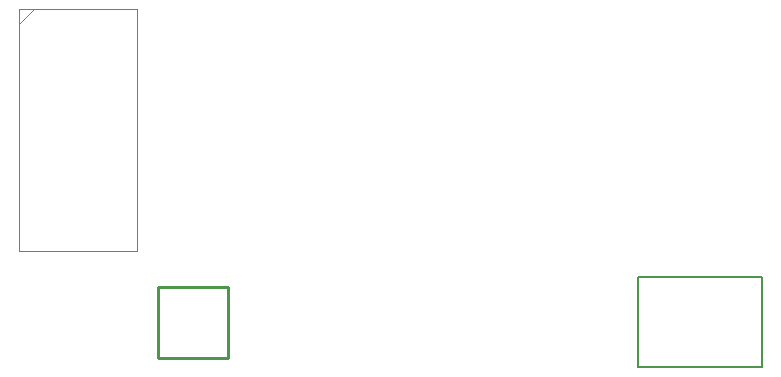
<source format=gbr>
%TF.GenerationSoftware,Altium Limited,Altium Designer,21.8.1 (53)*%
G04 Layer_Color=16711935*
%FSLAX43Y43*%
%MOMM*%
%TF.SameCoordinates,2523FC94-2157-46A2-8D95-2E3533E7A92D*%
%TF.FilePolarity,Positive*%
%TF.FileFunction,Other,Mechanical_13*%
%TF.Part,Single*%
G01*
G75*
%TA.AperFunction,NonConductor*%
%ADD11C,0.254*%
%ADD44C,0.200*%
%ADD45C,0.100*%
D11*
X35309Y2005D02*
Y7995D01*
X41299D01*
Y2005D02*
Y7995D01*
X35309Y2005D02*
X41299D01*
D44*
X75950Y1227D02*
X86450D01*
X75950D02*
Y8827D01*
X86450D01*
Y1227D02*
Y8827D01*
D45*
X23580Y30250D02*
X24850Y31520D01*
X23580Y11000D02*
Y31520D01*
Y11000D02*
X33580D01*
Y31520D01*
X23580D02*
X33580D01*
%TF.MD5,ee191db554108b4b6355d476f0d8925b*%
M02*

</source>
